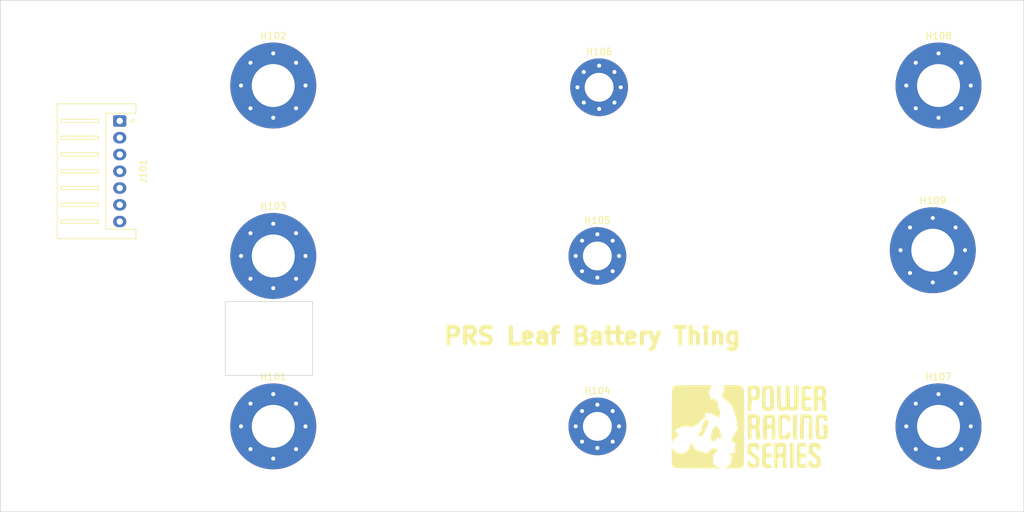
<source format=kicad_pcb>
(kicad_pcb (version 20221018) (generator pcbnew)
  (layers (0 "F.Cu" signal) (31 "B.Cu" signal) (34 "B.Paste" user) (35 "F.Paste" user) (36 "B.SilkS" user "B.Silkscreen") (37 "F.SilkS" user "F.Silkscreen") (38 "B.Mask" user) (39 "F.Mask" user) (44 "Edge.Cuts" user))
  (net 0 "")
  (net 2 "Net-(J101-Pin_1)")
  (net 3 "Net-(J101-Pin_2)")
  (net 4 "Net-(J101-Pin_5)")
  (net 5 "Net-(J101-Pin_4)")
  (net 6 "Net-(J101-Pin_3)")
  (net 7 "Net-(J101-Pin_7)")
  (net 9 "Net-(J101-Pin_6)")
  (footprint "MountingHole:MountingHole_6.4mm_M6_Pad_Via" (layer "F.Cu") (at 104.14 50.8)
    (fp_text reference "H102" (at 0 -7.4) (layer "F.SilkS"))
    (fp_text value "MountingHole_Pad")
    (pad "1" thru_hole circle (at -4.8 0) (size 0.9 0.9) (drill 0.6) (layers "*.Cu" "*.Mask") (net 2 "Net-(J101-Pin_1)"))
    (pad "1" thru_hole circle (at -3.394113 -3.394113) (size 0.9 0.9) (drill 0.6) (layers "*.Cu" "*.Mask") (net 2 "Net-(J101-Pin_1)"))
    (pad "1" thru_hole circle (at -3.394113 3.394113) (size 0.9 0.9) (drill 0.6) (layers "*.Cu" "*.Mask") (net 2 "Net-(J101-Pin_1)"))
    (pad "1" thru_hole circle (at 0 -4.8) (size 0.9 0.9) (drill 0.6) (layers "*.Cu" "*.Mask") (net 2 "Net-(J101-Pin_1)"))
    (pad "1" thru_hole circle (at 0 0) (size 12.8 12.8) (drill 6.4) (layers "*.Cu" "*.Mask") (net 2 "Net-(J101-Pin_1)"))
    (pad "1" thru_hole circle (at 0 4.8) (size 0.9 0.9) (drill 0.6) (layers "*.Cu" "*.Mask") (net 2 "Net-(J101-Pin_1)"))
    (pad "1" thru_hole circle (at 3.394113 -3.394113) (size 0.9 0.9) (drill 0.6) (layers "*.Cu" "*.Mask") (net 2 "Net-(J101-Pin_1)"))
    (pad "1" thru_hole circle (at 3.394113 3.394113) (size 0.9 0.9) (drill 0.6) (layers "*.Cu" "*.Mask") (net 2 "Net-(J101-Pin_1)"))
    (pad "1" thru_hole circle (at 4.8 0) (size 0.9 0.9) (drill 0.6) (layers "*.Cu" "*.Mask") (net 2 "Net-(J101-Pin_1)"))
  )
  (footprint "MountingHole:MountingHole_4.3mm_M4_Pad_Via" (layer "F.Cu") (at 152.659581 51.059581)
    (fp_text reference "H106" (at 0 -5.3) (layer "F.SilkS"))
    (fp_text value "MountingHole_Pad")
    (pad "1" thru_hole circle (at -3.225 0) (size 0.9 0.9) (drill 0.6) (layers "*.Cu" "*.Mask") (net 6 "Net-(J101-Pin_3)"))
    (pad "1" thru_hole circle (at -2.280419 -2.280419) (size 0.9 0.9) (drill 0.6) (layers "*.Cu" "*.Mask") (net 6 "Net-(J101-Pin_3)"))
    (pad "1" thru_hole circle (at -2.280419 2.280419) (size 0.9 0.9) (drill 0.6) (layers "*.Cu" "*.Mask") (net 6 "Net-(J101-Pin_3)"))
    (pad "1" thru_hole circle (at 0 -3.225) (size 0.9 0.9) (drill 0.6) (layers "*.Cu" "*.Mask") (net 6 "Net-(J101-Pin_3)"))
    (pad "1" thru_hole circle (at 0 0) (size 8.6 8.6) (drill 4.3) (layers "*.Cu" "*.Mask") (net 6 "Net-(J101-Pin_3)"))
    (pad "1" thru_hole circle (at 0 3.225) (size 0.9 0.9) (drill 0.6) (layers "*.Cu" "*.Mask") (net 6 "Net-(J101-Pin_3)"))
    (pad "1" thru_hole circle (at 2.280419 -2.280419) (size 0.9 0.9) (drill 0.6) (layers "*.Cu" "*.Mask") (net 6 "Net-(J101-Pin_3)"))
    (pad "1" thru_hole circle (at 2.280419 2.280419) (size 0.9 0.9) (drill 0.6) (layers "*.Cu" "*.Mask") (net 6 "Net-(J101-Pin_3)"))
    (pad "1" thru_hole circle (at 3.225 0) (size 0.9 0.9) (drill 0.6) (layers "*.Cu" "*.Mask") (net 6 "Net-(J101-Pin_3)"))
  )
  (footprint "Symbol:prs_logo_shitty" (layer "F.Cu") (at 175.26 101.6)
    (fp_text reference "G***" hide)
    (fp_text value "LOGO" hide)
  )
  (footprint "Connector_JST:JST_XH_S7B-XH-A_1x07_P2.50mm_Horizontal" (layer "F.Cu") (at 81.28 56.08 -90)
    (fp_text reference "J101" (at 7.5 -3.5 90) (layer "F.SilkS"))
    (fp_text value "Conn_01x07")
    (pad "1" thru_hole roundrect (at 0 0 270) (size 1.7 1.95) (drill 0.95) (layers "*.Cu" "*.Mask") (roundrect_rratio 0.147059) (net 2 "Net-(J101-Pin_1)"))
    (pad "2" thru_hole oval (at 2.5 0 270) (size 1.7 1.95) (drill 0.95) (layers "*.Cu" "*.Mask") (net 3 "Net-(J101-Pin_2)"))
    (pad "3" thru_hole oval (at 5 0 270) (size 1.7 1.95) (drill 0.95) (layers "*.Cu" "*.Mask") (net 6 "Net-(J101-Pin_3)"))
    (pad "4" thru_hole oval (at 7.5 0 270) (size 1.7 1.95) (drill 0.95) (layers "*.Cu" "*.Mask") (net 5 "Net-(J101-Pin_4)"))
    (pad "5" thru_hole oval (at 10 0 270) (size 1.7 1.95) (drill 0.95) (layers "*.Cu" "*.Mask") (net 4 "Net-(J101-Pin_5)"))
    (pad "6" thru_hole oval (at 12.5 0 270) (size 1.7 1.95) (drill 0.95) (layers "*.Cu" "*.Mask") (net 9 "Net-(J101-Pin_6)"))
    (pad "7" thru_hole oval (at 15 0 270) (size 1.7 1.95) (drill 0.95) (layers "*.Cu" "*.Mask") (net 7 "Net-(J101-Pin_7)"))
  )
  (footprint "MountingHole:MountingHole_6.4mm_M6_Pad_Via" (layer "F.Cu") (at 203.2 50.8)
    (fp_text reference "H108" (at 0 -7.4) (layer "F.SilkS"))
    (fp_text value "MountingHole_Pad")
    (pad "1" thru_hole circle (at -4.8 0) (size 0.9 0.9) (drill 0.6) (layers "*.Cu" "*.Mask"))
    (pad "1" thru_hole circle (at -3.394113 -3.394113) (size 0.9 0.9) (drill 0.6) (layers "*.Cu" "*.Mask"))
    (pad "1" thru_hole circle (at -3.394113 3.394113) (size 0.9 0.9) (drill 0.6) (layers "*.Cu" "*.Mask"))
    (pad "1" thru_hole circle (at 0 -4.8) (size 0.9 0.9) (drill 0.6) (layers "*.Cu" "*.Mask"))
    (pad "1" thru_hole circle (at 0 0) (size 12.8 12.8) (drill 6.4) (layers "*.Cu" "*.Mask"))
    (pad "1" thru_hole circle (at 0 4.8) (size 0.9 0.9) (drill 0.6) (layers "*.Cu" "*.Mask"))
    (pad "1" thru_hole circle (at 3.394113 -3.394113) (size 0.9 0.9) (drill 0.6) (layers "*.Cu" "*.Mask"))
    (pad "1" thru_hole circle (at 3.394113 3.394113) (size 0.9 0.9) (drill 0.6) (layers "*.Cu" "*.Mask"))
    (pad "1" thru_hole circle (at 4.8 0) (size 0.9 0.9) (drill 0.6) (layers "*.Cu" "*.Mask"))
  )
  (footprint "MountingHole:MountingHole_6.4mm_M6_Pad_Via" (layer "F.Cu") (at 203.2 101.6)
    (fp_text reference "H107" (at 0 -7.4) (layer "F.SilkS"))
    (fp_text value "MountingHole_Pad")
    (pad "1" thru_hole circle (at -4.8 0) (size 0.9 0.9) (drill 0.6) (layers "*.Cu" "*.Mask") (net 7 "Net-(J101-Pin_7)"))
    (pad "1" thru_hole circle (at -3.394113 -3.394113) (size 0.9 0.9) (drill 0.6) (layers "*.Cu" "*.Mask") (net 7 "Net-(J101-Pin_7)"))
    (pad "1" thru_hole circle (at -3.394113 3.394113) (size 0.9 0.9) (drill 0.6) (layers "*.Cu" "*.Mask") (net 7 "Net-(J101-Pin_7)"))
    (pad "1" thru_hole circle (at 0 -4.8) (size 0.9 0.9) (drill 0.6) (layers "*.Cu" "*.Mask") (net 7 "Net-(J101-Pin_7)"))
    (pad "1" thru_hole circle (at 0 0) (size 12.8 12.8) (drill 6.4) (layers "*.Cu" "*.Mask") (net 7 "Net-(J101-Pin_7)"))
    (pad "1" thru_hole circle (at 0 4.8) (size 0.9 0.9) (drill 0.6) (layers "*.Cu" "*.Mask") (net 7 "Net-(J101-Pin_7)"))
    (pad "1" thru_hole circle (at 3.394113 -3.394113) (size 0.9 0.9) (drill 0.6) (layers "*.Cu" "*.Mask") (net 7 "Net-(J101-Pin_7)"))
    (pad "1" thru_hole circle (at 3.394113 3.394113) (size 0.9 0.9) (drill 0.6) (layers "*.Cu" "*.Mask") (net 7 "Net-(J101-Pin_7)"))
    (pad "1" thru_hole circle (at 4.8 0) (size 0.9 0.9) (drill 0.6) (layers "*.Cu" "*.Mask") (net 7 "Net-(J101-Pin_7)"))
  )
  (footprint "MountingHole:MountingHole_4.3mm_M4_Pad_Via" (layer "F.Cu") (at 152.4 101.6)
    (fp_text reference "H104" (at 0 -5.3) (layer "F.SilkS"))
    (fp_text value "MountingHole_Pad")
    (pad "1" thru_hole circle (at -3.225 0) (size 0.9 0.9) (drill 0.6) (layers "*.Cu" "*.Mask") (net 4 "Net-(J101-Pin_5)"))
    (pad "1" thru_hole circle (at -2.280419 -2.280419) (size 0.9 0.9) (drill 0.6) (layers "*.Cu" "*.Mask") (net 4 "Net-(J101-Pin_5)"))
    (pad "1" thru_hole circle (at -2.280419 2.280419) (size 0.9 0.9) (drill 0.6) (layers "*.Cu" "*.Mask") (net 4 "Net-(J101-Pin_5)"))
    (pad "1" thru_hole circle (at 0 -3.225) (size 0.9 0.9) (drill 0.6) (layers "*.Cu" "*.Mask") (net 4 "Net-(J101-Pin_5)"))
    (pad "1" thru_hole circle (at 0 0) (size 8.6 8.6) (drill 4.3) (layers "*.Cu" "*.Mask") (net 4 "Net-(J101-Pin_5)"))
    (pad "1" thru_hole circle (at 0 3.225) (size 0.9 0.9) (drill 0.6) (layers "*.Cu" "*.Mask") (net 4 "Net-(J101-Pin_5)"))
    (pad "1" thru_hole circle (at 2.280419 -2.280419) (size 0.9 0.9) (drill 0.6) (layers "*.Cu" "*.Mask") (net 4 "Net-(J101-Pin_5)"))
    (pad "1" thru_hole circle (at 2.280419 2.280419) (size 0.9 0.9) (drill 0.6) (layers "*.Cu" "*.Mask") (net 4 "Net-(J101-Pin_5)"))
    (pad "1" thru_hole circle (at 3.225 0) (size 0.9 0.9) (drill 0.6) (layers "*.Cu" "*.Mask") (net 4 "Net-(J101-Pin_5)"))
  )
  (footprint "MountingHole:MountingHole_6.4mm_M6_Pad_Via" (layer "F.Cu") (at 104.14 76.2)
    (fp_text reference "H103" (at 0 -7.4) (layer "F.SilkS"))
    (fp_text value "MountingHole_Pad")
    (pad "1" thru_hole circle (at -4.8 0) (size 0.9 0.9) (drill 0.6) (layers "*.Cu" "*.Mask") (net 3 "Net-(J101-Pin_2)"))
    (pad "1" thru_hole circle (at -3.394113 -3.394113) (size 0.9 0.9) (drill 0.6) (layers "*.Cu" "*.Mask") (net 3 "Net-(J101-Pin_2)"))
    (pad "1" thru_hole circle (at -3.394113 3.394113) (size 0.9 0.9) (drill 0.6) (layers "*.Cu" "*.Mask") (net 3 "Net-(J101-Pin_2)"))
    (pad "1" thru_hole circle (at 0 -4.8) (size 0.9 0.9) (drill 0.6) (layers "*.Cu" "*.Mask") (net 3 "Net-(J101-Pin_2)"))
    (pad "1" thru_hole circle (at 0 0) (size 12.8 12.8) (drill 6.4) (layers "*.Cu" "*.Mask") (net 3 "Net-(J101-Pin_2)"))
    (pad "1" thru_hole circle (at 0 4.8) (size 0.9 0.9) (drill 0.6) (layers "*.Cu" "*.Mask") (net 3 "Net-(J101-Pin_2)"))
    (pad "1" thru_hole circle (at 3.394113 -3.394113) (size 0.9 0.9) (drill 0.6) (layers "*.Cu" "*.Mask") (net 3 "Net-(J101-Pin_2)"))
    (pad "1" thru_hole circle (at 3.394113 3.394113) (size 0.9 0.9) (drill 0.6) (layers "*.Cu" "*.Mask") (net 3 "Net-(J101-Pin_2)"))
    (pad "1" thru_hole circle (at 4.8 0) (size 0.9 0.9) (drill 0.6) (layers "*.Cu" "*.Mask") (net 3 "Net-(J101-Pin_2)"))
  )
  (footprint "MountingHole:MountingHole_4.3mm_M4_Pad_Via" (layer "F.Cu") (at 152.4 76.2)
    (fp_text reference "H105" (at 0 -5.3) (layer "F.SilkS"))
    (fp_text value "MountingHole_Pad")
    (pad "1" thru_hole circle (at -3.225 0) (size 0.9 0.9) (drill 0.6) (layers "*.Cu" "*.Mask") (net 5 "Net-(J101-Pin_4)"))
    (pad "1" thru_hole circle (at -2.280419 -2.280419) (size 0.9 0.9) (drill 0.6) (layers "*.Cu" "*.Mask") (net 5 "Net-(J101-Pin_4)"))
    (pad "1" thru_hole circle (at -2.280419 2.280419) (size 0.9 0.9) (drill 0.6) (layers "*.Cu" "*.Mask") (net 5 "Net-(J101-Pin_4)"))
    (pad "1" thru_hole circle (at 0 -3.225) (size 0.9 0.9) (drill 0.6) (layers "*.Cu" "*.Mask") (net 5 "Net-(J101-Pin_4)"))
    (pad "1" thru_hole circle (at 0 0) (size 8.6 8.6) (drill 4.3) (layers "*.Cu" "*.Mask") (net 5 "Net-(J101-Pin_4)"))
    (pad "1" thru_hole circle (at 0 3.225) (size 0.9 0.9) (drill 0.6) (layers "*.Cu" "*.Mask") (net 5 "Net-(J101-Pin_4)"))
    (pad "1" thru_hole circle (at 2.280419 -2.280419) (size 0.9 0.9) (drill 0.6) (layers "*.Cu" "*.Mask") (net 5 "Net-(J101-Pin_4)"))
    (pad "1" thru_hole circle (at 2.280419 2.280419) (size 0.9 0.9) (drill 0.6) (layers "*.Cu" "*.Mask") (net 5 "Net-(J101-Pin_4)"))
    (pad "1" thru_hole circle (at 3.225 0) (size 0.9 0.9) (drill 0.6) (layers "*.Cu" "*.Mask") (net 5 "Net-(J101-Pin_4)"))
  )
  (footprint "MountingHole:MountingHole_6.4mm_M6_Pad_Via" (layer "F.Cu") (at 202.345887 75.345887)
    (fp_text reference "H109" (at 0 -7.4) (layer "F.SilkS"))
    (fp_text value "MountingHole_Pad")
    (pad "1" thru_hole circle (at -4.8 0) (size 0.9 0.9) (drill 0.6) (layers "*.Cu" "*.Mask") (net 9 "Net-(J101-Pin_6)"))
    (pad "1" thru_hole circle (at -3.394113 -3.394113) (size 0.9 0.9) (drill 0.6) (layers "*.Cu" "*.Mask") (net 9 "Net-(J101-Pin_6)"))
    (pad "1" thru_hole circle (at -3.394113 3.394113) (size 0.9 0.9) (drill 0.6) (layers "*.Cu" "*.Mask") (net 9 "Net-(J101-Pin_6)"))
    (pad "1" thru_hole circle (at 0 -4.8) (size 0.9 0.9) (drill 0.6) (layers "*.Cu" "*.Mask") (net 9 "Net-(J101-Pin_6)"))
    (pad "1" thru_hole circle (at 0 0) (size 12.8 12.8) (drill 6.4) (layers "*.Cu" "*.Mask") (net 9 "Net-(J101-Pin_6)"))
    (pad "1" thru_hole circle (at 0 4.8) (size 0.9 0.9) (drill 0.6) (layers "*.Cu" "*.Mask") (net 9 "Net-(J101-Pin_6)"))
    (pad "1" thru_hole circle (at 3.394113 -3.394113) (size 0.9 0.9) (drill 0.6) (layers "*.Cu" "*.Mask") (net 9 "Net-(J101-Pin_6)"))
    (pad "1" thru_hole circle (at 3.394113 3.394113) (size 0.9 0.9) (drill 0.6) (layers "*.Cu" "*.Mask") (net 9 "Net-(J101-Pin_6)"))
    (pad "1" thru_hole circle (at 4.8 0) (size 0.9 0.9) (drill 0.6) (layers "*.Cu" "*.Mask") (net 9 "Net-(J101-Pin_6)"))
  )
  (footprint "MountingHole:MountingHole_6.4mm_M6_Pad_Via" (layer "F.Cu") (at 104.14 101.6)
    (fp_text reference "H101" (at 0 -7.4) (layer "F.SilkS"))
    (fp_text value "MountingHole_Pad")
    (pad "1" thru_hole circle (at -4.8 0) (size 0.9 0.9) (drill 0.6) (layers "*.Cu" "*.Mask"))
    (pad "1" thru_hole circle (at -3.394113 -3.394113) (size 0.9 0.9) (drill 0.6) (layers "*.Cu" "*.Mask"))
    (pad "1" thru_hole circle (at -3.394113 3.394113) (size 0.9 0.9) (drill 0.6) (layers "*.Cu" "*.Mask"))
    (pad "1" thru_hole circle (at 0 -4.8) (size 0.9 0.9) (drill 0.6) (layers "*.Cu" "*.Mask"))
    (pad "1" thru_hole circle (at 0 0) (size 12.8 12.8) (drill 6.4) (layers "*.Cu" "*.Mask"))
    (pad "1" thru_hole circle (at 0 4.8) (size 0.9 0.9) (drill 0.6) (layers "*.Cu" "*.Mask"))
    (pad "1" thru_hole circle (at 3.394113 -3.394113) (size 0.9 0.9) (drill 0.6) (layers "*.Cu" "*.Mask"))
    (pad "1" thru_hole circle (at 3.394113 3.394113) (size 0.9 0.9) (drill 0.6) (layers "*.Cu" "*.Mask"))
    (pad "1" thru_hole circle (at 4.8 0) (size 0.9 0.9) (drill 0.6) (layers "*.Cu" "*.Mask"))
  )
  (gr_line (start 97 94) (end 110 94) (stroke (width 0.1)) (layer "Edge.Cuts"))
  (gr_line (start 63.5 114.3) (end 63.5 38.1) (stroke (width 0.1)) (layer "Edge.Cuts"))
  (gr_line (start 215.9 114.3) (end 63.5 114.3) (stroke (width 0.1)) (layer "Edge.Cuts"))
  (gr_line (start 215.9 38.1) (end 215.9 114.3) (stroke (width 0.1)) (layer "Edge.Cuts"))
  (gr_line (start 97 83) (end 97 94) (stroke (width 0.1)) (layer "Edge.Cuts"))
  (gr_line (start 110 83) (end 97 83) (stroke (width 0.1)) (layer "Edge.Cuts"))
  (gr_line (start 110 94) (end 110 83) (stroke (width 0.1)) (layer "Edge.Cuts"))
  (gr_line (start 63.5 38.1) (end 215.9 38.1) (stroke (width 0.1)) (layer "Edge.Cuts"))
  (gr_text "PRS Leaf Battery Thing" (at 129.22 89.6) (layer "F.SilkS") (effects (font (size 2.5 2.5) (thickness 0.625) bold) (justify left bottom)))
)
</source>
